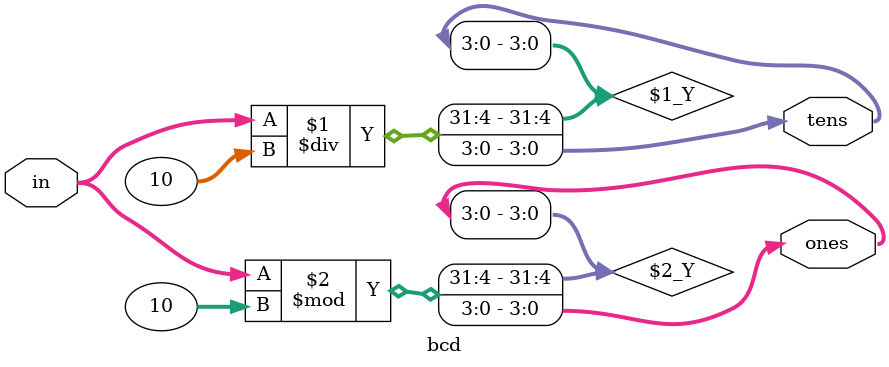
<source format=v>
module bcd (
    input [5:0] in,
    output [3:0] ones,
    output [3:0] tens
);

    assign tens = in / 10;
    assign ones = in % 10;
    
endmodule
</source>
